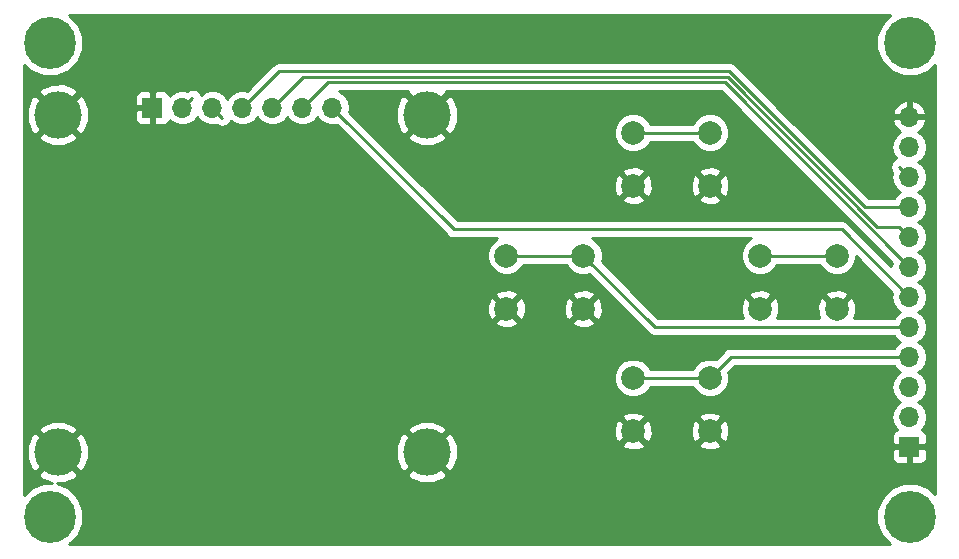
<source format=gtl>
G04 #@! TF.GenerationSoftware,KiCad,Pcbnew,(5.0.0)*
G04 #@! TF.CreationDate,2019-01-21T00:51:31-08:00*
G04 #@! TF.ProjectId,Display,446973706C61792E6B696361645F7063,rev?*
G04 #@! TF.SameCoordinates,Original*
G04 #@! TF.FileFunction,Copper,L1,Top,Signal*
G04 #@! TF.FilePolarity,Positive*
%FSLAX46Y46*%
G04 Gerber Fmt 4.6, Leading zero omitted, Abs format (unit mm)*
G04 Created by KiCad (PCBNEW (5.0.0)) date 01/21/19 00:51:31*
%MOMM*%
%LPD*%
G01*
G04 APERTURE LIST*
G04 #@! TA.AperFunction,ComponentPad*
%ADD10C,4.400000*%
G04 #@! TD*
G04 #@! TA.AperFunction,ComponentPad*
%ADD11R,1.700000X1.700000*%
G04 #@! TD*
G04 #@! TA.AperFunction,ComponentPad*
%ADD12O,1.700000X1.700000*%
G04 #@! TD*
G04 #@! TA.AperFunction,ComponentPad*
%ADD13C,2.000000*%
G04 #@! TD*
G04 #@! TA.AperFunction,ComponentPad*
%ADD14C,4.000000*%
G04 #@! TD*
G04 #@! TA.AperFunction,Conductor*
%ADD15C,0.250000*%
G04 #@! TD*
G04 #@! TA.AperFunction,Conductor*
%ADD16C,0.254000*%
G04 #@! TD*
G04 APERTURE END LIST*
D10*
G04 #@! TO.P,REF\002A\002A,1*
G04 #@! TO.N,N/C*
X191516000Y-86614000D03*
G04 #@! TD*
G04 #@! TO.P,REF\002A\002A,1*
G04 #@! TO.N,N/C*
X191516000Y-126746000D03*
G04 #@! TD*
G04 #@! TO.P,REF\002A\002A,1*
G04 #@! TO.N,N/C*
X118681500Y-126746000D03*
G04 #@! TD*
D11*
G04 #@! TO.P,J1,1*
G04 #@! TO.N,GND*
X191452500Y-120844500D03*
D12*
G04 #@! TO.P,J1,2*
G04 #@! TO.N,BUTTON_1*
X191452500Y-118304500D03*
G04 #@! TO.P,J1,3*
G04 #@! TO.N,BUTTON_2*
X191452500Y-115764500D03*
G04 #@! TO.P,J1,4*
G04 #@! TO.N,BUTTON_3*
X191452500Y-113224500D03*
G04 #@! TO.P,J1,5*
G04 #@! TO.N,BUTTON_4*
X191452500Y-110684500D03*
G04 #@! TO.P,J1,6*
G04 #@! TO.N,DISPLAY_CS*
X191452500Y-108144500D03*
G04 #@! TO.P,J1,7*
G04 #@! TO.N,DISPLAY_DC*
X191452500Y-105604500D03*
G04 #@! TO.P,J1,8*
G04 #@! TO.N,DISPLAY_RES*
X191452500Y-103064500D03*
G04 #@! TO.P,J1,9*
G04 #@! TO.N,DISPLAY_MOSI*
X191452500Y-100524500D03*
G04 #@! TO.P,J1,10*
G04 #@! TO.N,DISPLAY_CLK*
X191452500Y-97984500D03*
G04 #@! TO.P,J1,11*
G04 #@! TO.N,+5V*
X191452500Y-95444500D03*
G04 #@! TO.P,J1,12*
G04 #@! TO.N,GND*
X191452500Y-92904500D03*
G04 #@! TD*
D13*
G04 #@! TO.P,Up,2*
G04 #@! TO.N,GND*
X168084500Y-98734000D03*
G04 #@! TO.P,Up,1*
G04 #@! TO.N,BUTTON_1*
X168084500Y-94234000D03*
G04 #@! TO.P,Up,2*
G04 #@! TO.N,GND*
X174584500Y-98734000D03*
G04 #@! TO.P,Up,1*
G04 #@! TO.N,BUTTON_1*
X174584500Y-94234000D03*
G04 #@! TD*
G04 #@! TO.P,Right,2*
G04 #@! TO.N,GND*
X178816000Y-109144500D03*
G04 #@! TO.P,Right,1*
G04 #@! TO.N,BUTTON_2*
X178816000Y-104644500D03*
G04 #@! TO.P,Right,2*
G04 #@! TO.N,GND*
X185316000Y-109144500D03*
G04 #@! TO.P,Right,1*
G04 #@! TO.N,BUTTON_2*
X185316000Y-104644500D03*
G04 #@! TD*
G04 #@! TO.P,Down,1*
G04 #@! TO.N,BUTTON_3*
X174584500Y-114998500D03*
G04 #@! TO.P,Down,2*
G04 #@! TO.N,GND*
X174584500Y-119498500D03*
G04 #@! TO.P,Down,1*
G04 #@! TO.N,BUTTON_3*
X168084500Y-114998500D03*
G04 #@! TO.P,Down,2*
G04 #@! TO.N,GND*
X168084500Y-119498500D03*
G04 #@! TD*
G04 #@! TO.P,Left,1*
G04 #@! TO.N,BUTTON_4*
X163853000Y-104644500D03*
G04 #@! TO.P,Left,2*
G04 #@! TO.N,GND*
X163853000Y-109144500D03*
G04 #@! TO.P,Left,1*
G04 #@! TO.N,BUTTON_4*
X157353000Y-104644500D03*
G04 #@! TO.P,Left,2*
G04 #@! TO.N,GND*
X157353000Y-109144500D03*
G04 #@! TD*
D11*
G04 #@! TO.P,Display,1*
G04 #@! TO.N,GND*
X127376874Y-92147000D03*
D12*
G04 #@! TO.P,Display,2*
G04 #@! TO.N,+5V*
X129916874Y-92147000D03*
G04 #@! TO.P,Display,3*
G04 #@! TO.N,DISPLAY_CLK*
X132456874Y-92147000D03*
G04 #@! TO.P,Display,4*
G04 #@! TO.N,DISPLAY_MOSI*
X134996874Y-92147000D03*
G04 #@! TO.P,Display,5*
G04 #@! TO.N,DISPLAY_RES*
X137536874Y-92147000D03*
G04 #@! TO.P,Display,6*
G04 #@! TO.N,DISPLAY_DC*
X140076874Y-92147000D03*
G04 #@! TO.P,Display,7*
G04 #@! TO.N,DISPLAY_CS*
X142616874Y-92147000D03*
D14*
G04 #@! TO.P,Display,1*
G04 #@! TO.N,GND*
X150622000Y-92710000D03*
X150622000Y-121285000D03*
X119380000Y-92710000D03*
X119380000Y-121285000D03*
G04 #@! TD*
D10*
G04 #@! TO.P,REF\002A\002A,1*
G04 #@! TO.N,N/C*
X118681500Y-86614000D03*
G04 #@! TD*
D15*
G04 #@! TO.N,BUTTON_1*
X173170287Y-94234000D02*
X168084500Y-94234000D01*
X174584500Y-94234000D02*
X173170287Y-94234000D01*
G04 #@! TO.N,BUTTON_2*
X185316000Y-104644500D02*
X178816000Y-104644500D01*
G04 #@! TO.N,BUTTON_3*
X176358500Y-113224500D02*
X174584500Y-114998500D01*
X191452500Y-113224500D02*
X176358500Y-113224500D01*
X174584500Y-114998500D02*
X167449500Y-114998500D01*
G04 #@! TO.N,BUTTON_4*
X169893000Y-110684500D02*
X163853000Y-104644500D01*
X191452500Y-110684500D02*
X169893000Y-110684500D01*
X163853000Y-104644500D02*
X157353000Y-104644500D01*
G04 #@! TO.N,DISPLAY_CS*
X191452500Y-108144500D02*
X185737500Y-102429500D01*
X152899374Y-102429500D02*
X142616874Y-92147000D01*
X185737500Y-102429500D02*
X152899374Y-102429500D01*
G04 #@! TO.N,DISPLAY_DC*
X142244374Y-89979500D02*
X140926873Y-91297001D01*
X175827500Y-89979500D02*
X142244374Y-89979500D01*
X140926873Y-91297001D02*
X140076874Y-92147000D01*
X191452500Y-105604500D02*
X175827500Y-89979500D01*
G04 #@! TO.N,DISPLAY_RES*
X190602501Y-102214501D02*
X188765001Y-102214501D01*
X191452500Y-103064500D02*
X190602501Y-102214501D01*
X140154384Y-89529490D02*
X138386873Y-91297001D01*
X176079990Y-89529490D02*
X140154384Y-89529490D01*
X138386873Y-91297001D02*
X137536874Y-92147000D01*
X188765001Y-102214501D02*
X176079990Y-89529490D01*
G04 #@! TO.N,DISPLAY_MOSI*
X191452500Y-100524500D02*
X187711410Y-100524500D01*
X187711410Y-100524500D02*
X176213910Y-89027000D01*
X138116874Y-89027000D02*
X134996874Y-92147000D01*
X176213910Y-89027000D02*
X138116874Y-89027000D01*
G04 #@! TO.N,DISPLAY_CLK*
X133306873Y-92996999D02*
X132456874Y-92147000D01*
X191452500Y-97984500D02*
X190602501Y-97134501D01*
G04 #@! TO.N,+5V*
X130766873Y-91297001D02*
X129916874Y-92147000D01*
G04 #@! TD*
D16*
G04 #@! TO.N,GND*
G36*
X189112603Y-85008101D02*
X188681000Y-86050083D01*
X188681000Y-87177917D01*
X189112603Y-88219899D01*
X189910101Y-89017397D01*
X190952083Y-89449000D01*
X192079917Y-89449000D01*
X193121899Y-89017397D01*
X193600000Y-88539296D01*
X193600001Y-124820705D01*
X193121899Y-124342603D01*
X192079917Y-123911000D01*
X190952083Y-123911000D01*
X189910101Y-124342603D01*
X189112603Y-125140101D01*
X188681000Y-126182083D01*
X188681000Y-127309917D01*
X189112603Y-128351899D01*
X189844704Y-129084000D01*
X120352796Y-129084000D01*
X121084897Y-128351899D01*
X121516500Y-127309917D01*
X121516500Y-126182083D01*
X121084897Y-125140101D01*
X120287399Y-124342603D01*
X119269491Y-123920972D01*
X119925247Y-123915713D01*
X120854647Y-123530743D01*
X121075416Y-123160022D01*
X148926584Y-123160022D01*
X149147353Y-123530743D01*
X150119012Y-123924119D01*
X151167247Y-123915713D01*
X152096647Y-123530743D01*
X152317416Y-123160022D01*
X150622000Y-121464605D01*
X148926584Y-123160022D01*
X121075416Y-123160022D01*
X119380000Y-121464605D01*
X117684584Y-123160022D01*
X117905353Y-123530743D01*
X118844607Y-123911000D01*
X118117583Y-123911000D01*
X117075601Y-124342603D01*
X116534000Y-124884204D01*
X116534000Y-120782012D01*
X116740881Y-120782012D01*
X116749287Y-121830247D01*
X117134257Y-122759647D01*
X117504978Y-122980416D01*
X119200395Y-121285000D01*
X119559605Y-121285000D01*
X121255022Y-122980416D01*
X121625743Y-122759647D01*
X122019119Y-121787988D01*
X122011052Y-120782012D01*
X147982881Y-120782012D01*
X147991287Y-121830247D01*
X148376257Y-122759647D01*
X148746978Y-122980416D01*
X150442395Y-121285000D01*
X150801605Y-121285000D01*
X152497022Y-122980416D01*
X152867743Y-122759647D01*
X153261119Y-121787988D01*
X153252713Y-120739753D01*
X153215964Y-120651032D01*
X167111573Y-120651032D01*
X167210236Y-120917887D01*
X167819961Y-121144408D01*
X168469960Y-121120356D01*
X168958764Y-120917887D01*
X169057427Y-120651032D01*
X173611573Y-120651032D01*
X173710236Y-120917887D01*
X174319961Y-121144408D01*
X174702577Y-121130250D01*
X189967500Y-121130250D01*
X189967500Y-121820810D01*
X190064173Y-122054199D01*
X190242802Y-122232827D01*
X190476191Y-122329500D01*
X191166750Y-122329500D01*
X191325500Y-122170750D01*
X191325500Y-120971500D01*
X191579500Y-120971500D01*
X191579500Y-122170750D01*
X191738250Y-122329500D01*
X192428809Y-122329500D01*
X192662198Y-122232827D01*
X192840827Y-122054199D01*
X192937500Y-121820810D01*
X192937500Y-121130250D01*
X192778750Y-120971500D01*
X191579500Y-120971500D01*
X191325500Y-120971500D01*
X190126250Y-120971500D01*
X189967500Y-121130250D01*
X174702577Y-121130250D01*
X174969960Y-121120356D01*
X175458764Y-120917887D01*
X175557427Y-120651032D01*
X174584500Y-119678105D01*
X173611573Y-120651032D01*
X169057427Y-120651032D01*
X168084500Y-119678105D01*
X167111573Y-120651032D01*
X153215964Y-120651032D01*
X152867743Y-119810353D01*
X152497022Y-119589584D01*
X150801605Y-121285000D01*
X150442395Y-121285000D01*
X148746978Y-119589584D01*
X148376257Y-119810353D01*
X147982881Y-120782012D01*
X122011052Y-120782012D01*
X122010713Y-120739753D01*
X121625743Y-119810353D01*
X121255022Y-119589584D01*
X119559605Y-121285000D01*
X119200395Y-121285000D01*
X117504978Y-119589584D01*
X117134257Y-119810353D01*
X116740881Y-120782012D01*
X116534000Y-120782012D01*
X116534000Y-119409978D01*
X117684584Y-119409978D01*
X119380000Y-121105395D01*
X121075416Y-119409978D01*
X148926584Y-119409978D01*
X150622000Y-121105395D01*
X152317416Y-119409978D01*
X152212596Y-119233961D01*
X166438592Y-119233961D01*
X166462644Y-119883960D01*
X166665113Y-120372764D01*
X166931968Y-120471427D01*
X167904895Y-119498500D01*
X168264105Y-119498500D01*
X169237032Y-120471427D01*
X169503887Y-120372764D01*
X169730408Y-119763039D01*
X169710831Y-119233961D01*
X172938592Y-119233961D01*
X172962644Y-119883960D01*
X173165113Y-120372764D01*
X173431968Y-120471427D01*
X174404895Y-119498500D01*
X174764105Y-119498500D01*
X175737032Y-120471427D01*
X176003887Y-120372764D01*
X176230408Y-119763039D01*
X176206356Y-119113040D01*
X176003887Y-118624236D01*
X175737032Y-118525573D01*
X174764105Y-119498500D01*
X174404895Y-119498500D01*
X173431968Y-118525573D01*
X173165113Y-118624236D01*
X172938592Y-119233961D01*
X169710831Y-119233961D01*
X169706356Y-119113040D01*
X169503887Y-118624236D01*
X169237032Y-118525573D01*
X168264105Y-119498500D01*
X167904895Y-119498500D01*
X166931968Y-118525573D01*
X166665113Y-118624236D01*
X166438592Y-119233961D01*
X152212596Y-119233961D01*
X152096647Y-119039257D01*
X151124988Y-118645881D01*
X150076753Y-118654287D01*
X149147353Y-119039257D01*
X148926584Y-119409978D01*
X121075416Y-119409978D01*
X120854647Y-119039257D01*
X119882988Y-118645881D01*
X118834753Y-118654287D01*
X117905353Y-119039257D01*
X117684584Y-119409978D01*
X116534000Y-119409978D01*
X116534000Y-118345968D01*
X167111573Y-118345968D01*
X168084500Y-119318895D01*
X169057427Y-118345968D01*
X173611573Y-118345968D01*
X174584500Y-119318895D01*
X175557427Y-118345968D01*
X175458764Y-118079113D01*
X174849039Y-117852592D01*
X174199040Y-117876644D01*
X173710236Y-118079113D01*
X173611573Y-118345968D01*
X169057427Y-118345968D01*
X168958764Y-118079113D01*
X168349039Y-117852592D01*
X167699040Y-117876644D01*
X167210236Y-118079113D01*
X167111573Y-118345968D01*
X116534000Y-118345968D01*
X116534000Y-110297032D01*
X156380073Y-110297032D01*
X156478736Y-110563887D01*
X157088461Y-110790408D01*
X157738460Y-110766356D01*
X158227264Y-110563887D01*
X158325927Y-110297032D01*
X162880073Y-110297032D01*
X162978736Y-110563887D01*
X163588461Y-110790408D01*
X164238460Y-110766356D01*
X164727264Y-110563887D01*
X164825927Y-110297032D01*
X163853000Y-109324105D01*
X162880073Y-110297032D01*
X158325927Y-110297032D01*
X157353000Y-109324105D01*
X156380073Y-110297032D01*
X116534000Y-110297032D01*
X116534000Y-108879961D01*
X155707092Y-108879961D01*
X155731144Y-109529960D01*
X155933613Y-110018764D01*
X156200468Y-110117427D01*
X157173395Y-109144500D01*
X157532605Y-109144500D01*
X158505532Y-110117427D01*
X158772387Y-110018764D01*
X158998908Y-109409039D01*
X158979331Y-108879961D01*
X162207092Y-108879961D01*
X162231144Y-109529960D01*
X162433613Y-110018764D01*
X162700468Y-110117427D01*
X163673395Y-109144500D01*
X164032605Y-109144500D01*
X165005532Y-110117427D01*
X165272387Y-110018764D01*
X165498908Y-109409039D01*
X165474856Y-108759040D01*
X165272387Y-108270236D01*
X165005532Y-108171573D01*
X164032605Y-109144500D01*
X163673395Y-109144500D01*
X162700468Y-108171573D01*
X162433613Y-108270236D01*
X162207092Y-108879961D01*
X158979331Y-108879961D01*
X158974856Y-108759040D01*
X158772387Y-108270236D01*
X158505532Y-108171573D01*
X157532605Y-109144500D01*
X157173395Y-109144500D01*
X156200468Y-108171573D01*
X155933613Y-108270236D01*
X155707092Y-108879961D01*
X116534000Y-108879961D01*
X116534000Y-107991968D01*
X156380073Y-107991968D01*
X157353000Y-108964895D01*
X158325927Y-107991968D01*
X162880073Y-107991968D01*
X163853000Y-108964895D01*
X164825927Y-107991968D01*
X164727264Y-107725113D01*
X164117539Y-107498592D01*
X163467540Y-107522644D01*
X162978736Y-107725113D01*
X162880073Y-107991968D01*
X158325927Y-107991968D01*
X158227264Y-107725113D01*
X157617539Y-107498592D01*
X156967540Y-107522644D01*
X156478736Y-107725113D01*
X156380073Y-107991968D01*
X116534000Y-107991968D01*
X116534000Y-94585022D01*
X117684584Y-94585022D01*
X117905353Y-94955743D01*
X118877012Y-95349119D01*
X119925247Y-95340713D01*
X120854647Y-94955743D01*
X121075416Y-94585022D01*
X119380000Y-92889605D01*
X117684584Y-94585022D01*
X116534000Y-94585022D01*
X116534000Y-92207012D01*
X116740881Y-92207012D01*
X116749287Y-93255247D01*
X117134257Y-94184647D01*
X117504978Y-94405416D01*
X119200395Y-92710000D01*
X119559605Y-92710000D01*
X121255022Y-94405416D01*
X121625743Y-94184647D01*
X122019119Y-93212988D01*
X122012863Y-92432750D01*
X125891874Y-92432750D01*
X125891874Y-93123309D01*
X125988547Y-93356698D01*
X126167175Y-93535327D01*
X126400564Y-93632000D01*
X127091124Y-93632000D01*
X127249874Y-93473250D01*
X127249874Y-92274000D01*
X126050624Y-92274000D01*
X125891874Y-92432750D01*
X122012863Y-92432750D01*
X122010713Y-92164753D01*
X121625743Y-91235353D01*
X121517161Y-91170691D01*
X125891874Y-91170691D01*
X125891874Y-91861250D01*
X126050624Y-92020000D01*
X127249874Y-92020000D01*
X127249874Y-90820750D01*
X127503874Y-90820750D01*
X127503874Y-92020000D01*
X127523874Y-92020000D01*
X127523874Y-92274000D01*
X127503874Y-92274000D01*
X127503874Y-93473250D01*
X127662624Y-93632000D01*
X128353184Y-93632000D01*
X128586573Y-93535327D01*
X128765201Y-93356698D01*
X128831778Y-93195967D01*
X128846249Y-93217625D01*
X129337456Y-93545839D01*
X129770618Y-93632000D01*
X130063130Y-93632000D01*
X130496292Y-93545839D01*
X130987499Y-93217625D01*
X131186874Y-92919239D01*
X131386249Y-93217625D01*
X131877456Y-93545839D01*
X132310618Y-93632000D01*
X132603130Y-93632000D01*
X132823619Y-93588142D01*
X133010335Y-93712902D01*
X133306872Y-93771887D01*
X133603410Y-93712902D01*
X133854802Y-93544928D01*
X134022776Y-93293536D01*
X134024780Y-93283461D01*
X134417456Y-93545839D01*
X134850618Y-93632000D01*
X135143130Y-93632000D01*
X135576292Y-93545839D01*
X136067499Y-93217625D01*
X136266874Y-92919239D01*
X136466249Y-93217625D01*
X136957456Y-93545839D01*
X137390618Y-93632000D01*
X137683130Y-93632000D01*
X138116292Y-93545839D01*
X138607499Y-93217625D01*
X138806874Y-92919239D01*
X139006249Y-93217625D01*
X139497456Y-93545839D01*
X139930618Y-93632000D01*
X140223130Y-93632000D01*
X140656292Y-93545839D01*
X141147499Y-93217625D01*
X141346874Y-92919239D01*
X141546249Y-93217625D01*
X142037456Y-93545839D01*
X142470618Y-93632000D01*
X142763130Y-93632000D01*
X142983282Y-93588209D01*
X152309044Y-102913972D01*
X152351445Y-102977429D01*
X152602837Y-103145404D01*
X152824522Y-103189500D01*
X152824527Y-103189500D01*
X152899374Y-103204388D01*
X152974221Y-103189500D01*
X156593220Y-103189500D01*
X156426847Y-103258414D01*
X155966914Y-103718347D01*
X155718000Y-104319278D01*
X155718000Y-104969722D01*
X155966914Y-105570653D01*
X156426847Y-106030586D01*
X157027778Y-106279500D01*
X157678222Y-106279500D01*
X158279153Y-106030586D01*
X158739086Y-105570653D01*
X158807909Y-105404500D01*
X162398091Y-105404500D01*
X162466914Y-105570653D01*
X162926847Y-106030586D01*
X163527778Y-106279500D01*
X164178222Y-106279500D01*
X164344376Y-106210677D01*
X169302671Y-111168973D01*
X169345071Y-111232429D01*
X169596463Y-111400404D01*
X169818148Y-111444500D01*
X169818153Y-111444500D01*
X169893000Y-111459388D01*
X169967847Y-111444500D01*
X190174322Y-111444500D01*
X190381875Y-111755125D01*
X190680261Y-111954500D01*
X190381875Y-112153875D01*
X190174322Y-112464500D01*
X176433347Y-112464500D01*
X176358500Y-112449612D01*
X176283653Y-112464500D01*
X176283648Y-112464500D01*
X176061963Y-112508596D01*
X175810571Y-112676571D01*
X175768171Y-112740027D01*
X175075875Y-113432323D01*
X174909722Y-113363500D01*
X174259278Y-113363500D01*
X173658347Y-113612414D01*
X173198414Y-114072347D01*
X173129591Y-114238500D01*
X169539409Y-114238500D01*
X169470586Y-114072347D01*
X169010653Y-113612414D01*
X168409722Y-113363500D01*
X167759278Y-113363500D01*
X167158347Y-113612414D01*
X166698414Y-114072347D01*
X166449500Y-114673278D01*
X166449500Y-115323722D01*
X166698414Y-115924653D01*
X167158347Y-116384586D01*
X167759278Y-116633500D01*
X168409722Y-116633500D01*
X169010653Y-116384586D01*
X169470586Y-115924653D01*
X169539409Y-115758500D01*
X173129591Y-115758500D01*
X173198414Y-115924653D01*
X173658347Y-116384586D01*
X174259278Y-116633500D01*
X174909722Y-116633500D01*
X175510653Y-116384586D01*
X175970586Y-115924653D01*
X176219500Y-115323722D01*
X176219500Y-114673278D01*
X176150677Y-114507125D01*
X176673302Y-113984500D01*
X190174322Y-113984500D01*
X190381875Y-114295125D01*
X190680261Y-114494500D01*
X190381875Y-114693875D01*
X190053661Y-115185082D01*
X189938408Y-115764500D01*
X190053661Y-116343918D01*
X190381875Y-116835125D01*
X190680261Y-117034500D01*
X190381875Y-117233875D01*
X190053661Y-117725082D01*
X189938408Y-118304500D01*
X190053661Y-118883918D01*
X190381875Y-119375125D01*
X190403533Y-119389596D01*
X190242802Y-119456173D01*
X190064173Y-119634801D01*
X189967500Y-119868190D01*
X189967500Y-120558750D01*
X190126250Y-120717500D01*
X191325500Y-120717500D01*
X191325500Y-120697500D01*
X191579500Y-120697500D01*
X191579500Y-120717500D01*
X192778750Y-120717500D01*
X192937500Y-120558750D01*
X192937500Y-119868190D01*
X192840827Y-119634801D01*
X192662198Y-119456173D01*
X192501467Y-119389596D01*
X192523125Y-119375125D01*
X192851339Y-118883918D01*
X192966592Y-118304500D01*
X192851339Y-117725082D01*
X192523125Y-117233875D01*
X192224739Y-117034500D01*
X192523125Y-116835125D01*
X192851339Y-116343918D01*
X192966592Y-115764500D01*
X192851339Y-115185082D01*
X192523125Y-114693875D01*
X192224739Y-114494500D01*
X192523125Y-114295125D01*
X192851339Y-113803918D01*
X192966592Y-113224500D01*
X192851339Y-112645082D01*
X192523125Y-112153875D01*
X192224739Y-111954500D01*
X192523125Y-111755125D01*
X192851339Y-111263918D01*
X192966592Y-110684500D01*
X192851339Y-110105082D01*
X192523125Y-109613875D01*
X192224739Y-109414500D01*
X192523125Y-109215125D01*
X192851339Y-108723918D01*
X192966592Y-108144500D01*
X192851339Y-107565082D01*
X192523125Y-107073875D01*
X192224739Y-106874500D01*
X192523125Y-106675125D01*
X192851339Y-106183918D01*
X192966592Y-105604500D01*
X192851339Y-105025082D01*
X192523125Y-104533875D01*
X192224739Y-104334500D01*
X192523125Y-104135125D01*
X192851339Y-103643918D01*
X192966592Y-103064500D01*
X192851339Y-102485082D01*
X192523125Y-101993875D01*
X192224739Y-101794500D01*
X192523125Y-101595125D01*
X192851339Y-101103918D01*
X192966592Y-100524500D01*
X192851339Y-99945082D01*
X192523125Y-99453875D01*
X192224739Y-99254500D01*
X192523125Y-99055125D01*
X192851339Y-98563918D01*
X192966592Y-97984500D01*
X192851339Y-97405082D01*
X192523125Y-96913875D01*
X192224739Y-96714500D01*
X192523125Y-96515125D01*
X192851339Y-96023918D01*
X192966592Y-95444500D01*
X192851339Y-94865082D01*
X192523125Y-94373875D01*
X192204022Y-94160657D01*
X192333858Y-94099683D01*
X192724145Y-93671424D01*
X192893976Y-93261390D01*
X192772655Y-93031500D01*
X191579500Y-93031500D01*
X191579500Y-93051500D01*
X191325500Y-93051500D01*
X191325500Y-93031500D01*
X190132345Y-93031500D01*
X190011024Y-93261390D01*
X190180855Y-93671424D01*
X190571142Y-94099683D01*
X190700978Y-94160657D01*
X190381875Y-94373875D01*
X190053661Y-94865082D01*
X189938408Y-95444500D01*
X190053661Y-96023918D01*
X190316039Y-96416594D01*
X190305964Y-96418598D01*
X190054572Y-96586572D01*
X189886598Y-96837964D01*
X189827613Y-97134501D01*
X189886598Y-97431038D01*
X190011358Y-97617755D01*
X189938408Y-97984500D01*
X190053661Y-98563918D01*
X190381875Y-99055125D01*
X190680261Y-99254500D01*
X190381875Y-99453875D01*
X190174322Y-99764500D01*
X188026213Y-99764500D01*
X180809322Y-92547610D01*
X190011024Y-92547610D01*
X190132345Y-92777500D01*
X191325500Y-92777500D01*
X191325500Y-91583681D01*
X191579500Y-91583681D01*
X191579500Y-92777500D01*
X192772655Y-92777500D01*
X192893976Y-92547610D01*
X192724145Y-92137576D01*
X192333858Y-91709317D01*
X191809392Y-91463014D01*
X191579500Y-91583681D01*
X191325500Y-91583681D01*
X191095608Y-91463014D01*
X190571142Y-91709317D01*
X190180855Y-92137576D01*
X190011024Y-92547610D01*
X180809322Y-92547610D01*
X176804241Y-88542530D01*
X176761839Y-88479071D01*
X176510447Y-88311096D01*
X176288762Y-88267000D01*
X176288757Y-88267000D01*
X176213910Y-88252112D01*
X176139063Y-88267000D01*
X138191720Y-88267000D01*
X138116873Y-88252112D01*
X138042026Y-88267000D01*
X138042022Y-88267000D01*
X137820337Y-88311096D01*
X137820335Y-88311097D01*
X137820336Y-88311097D01*
X137632400Y-88436671D01*
X137632398Y-88436673D01*
X137568945Y-88479071D01*
X137526547Y-88542524D01*
X135363282Y-90705791D01*
X135143130Y-90662000D01*
X134850618Y-90662000D01*
X134417456Y-90748161D01*
X133926249Y-91076375D01*
X133726874Y-91374761D01*
X133527499Y-91076375D01*
X133036292Y-90748161D01*
X132603130Y-90662000D01*
X132310618Y-90662000D01*
X131877456Y-90748161D01*
X131484780Y-91010539D01*
X131482776Y-91000464D01*
X131314802Y-90749072D01*
X131063410Y-90581098D01*
X130766872Y-90522113D01*
X130470335Y-90581098D01*
X130283619Y-90705858D01*
X130063130Y-90662000D01*
X129770618Y-90662000D01*
X129337456Y-90748161D01*
X128846249Y-91076375D01*
X128831778Y-91098033D01*
X128765201Y-90937302D01*
X128586573Y-90758673D01*
X128353184Y-90662000D01*
X127662624Y-90662000D01*
X127503874Y-90820750D01*
X127249874Y-90820750D01*
X127091124Y-90662000D01*
X126400564Y-90662000D01*
X126167175Y-90758673D01*
X125988547Y-90937302D01*
X125891874Y-91170691D01*
X121517161Y-91170691D01*
X121255022Y-91014584D01*
X119559605Y-92710000D01*
X119200395Y-92710000D01*
X117504978Y-91014584D01*
X117134257Y-91235353D01*
X116740881Y-92207012D01*
X116534000Y-92207012D01*
X116534000Y-90834978D01*
X117684584Y-90834978D01*
X119380000Y-92530395D01*
X121075416Y-90834978D01*
X120854647Y-90464257D01*
X119882988Y-90070881D01*
X118834753Y-90079287D01*
X117905353Y-90464257D01*
X117684584Y-90834978D01*
X116534000Y-90834978D01*
X116534000Y-88475796D01*
X117075601Y-89017397D01*
X118117583Y-89449000D01*
X119245417Y-89449000D01*
X120287399Y-89017397D01*
X121084897Y-88219899D01*
X121516500Y-87177917D01*
X121516500Y-86050083D01*
X121084897Y-85008101D01*
X120352796Y-84276000D01*
X189844704Y-84276000D01*
X189112603Y-85008101D01*
X189112603Y-85008101D01*
G37*
X189112603Y-85008101D02*
X188681000Y-86050083D01*
X188681000Y-87177917D01*
X189112603Y-88219899D01*
X189910101Y-89017397D01*
X190952083Y-89449000D01*
X192079917Y-89449000D01*
X193121899Y-89017397D01*
X193600000Y-88539296D01*
X193600001Y-124820705D01*
X193121899Y-124342603D01*
X192079917Y-123911000D01*
X190952083Y-123911000D01*
X189910101Y-124342603D01*
X189112603Y-125140101D01*
X188681000Y-126182083D01*
X188681000Y-127309917D01*
X189112603Y-128351899D01*
X189844704Y-129084000D01*
X120352796Y-129084000D01*
X121084897Y-128351899D01*
X121516500Y-127309917D01*
X121516500Y-126182083D01*
X121084897Y-125140101D01*
X120287399Y-124342603D01*
X119269491Y-123920972D01*
X119925247Y-123915713D01*
X120854647Y-123530743D01*
X121075416Y-123160022D01*
X148926584Y-123160022D01*
X149147353Y-123530743D01*
X150119012Y-123924119D01*
X151167247Y-123915713D01*
X152096647Y-123530743D01*
X152317416Y-123160022D01*
X150622000Y-121464605D01*
X148926584Y-123160022D01*
X121075416Y-123160022D01*
X119380000Y-121464605D01*
X117684584Y-123160022D01*
X117905353Y-123530743D01*
X118844607Y-123911000D01*
X118117583Y-123911000D01*
X117075601Y-124342603D01*
X116534000Y-124884204D01*
X116534000Y-120782012D01*
X116740881Y-120782012D01*
X116749287Y-121830247D01*
X117134257Y-122759647D01*
X117504978Y-122980416D01*
X119200395Y-121285000D01*
X119559605Y-121285000D01*
X121255022Y-122980416D01*
X121625743Y-122759647D01*
X122019119Y-121787988D01*
X122011052Y-120782012D01*
X147982881Y-120782012D01*
X147991287Y-121830247D01*
X148376257Y-122759647D01*
X148746978Y-122980416D01*
X150442395Y-121285000D01*
X150801605Y-121285000D01*
X152497022Y-122980416D01*
X152867743Y-122759647D01*
X153261119Y-121787988D01*
X153252713Y-120739753D01*
X153215964Y-120651032D01*
X167111573Y-120651032D01*
X167210236Y-120917887D01*
X167819961Y-121144408D01*
X168469960Y-121120356D01*
X168958764Y-120917887D01*
X169057427Y-120651032D01*
X173611573Y-120651032D01*
X173710236Y-120917887D01*
X174319961Y-121144408D01*
X174702577Y-121130250D01*
X189967500Y-121130250D01*
X189967500Y-121820810D01*
X190064173Y-122054199D01*
X190242802Y-122232827D01*
X190476191Y-122329500D01*
X191166750Y-122329500D01*
X191325500Y-122170750D01*
X191325500Y-120971500D01*
X191579500Y-120971500D01*
X191579500Y-122170750D01*
X191738250Y-122329500D01*
X192428809Y-122329500D01*
X192662198Y-122232827D01*
X192840827Y-122054199D01*
X192937500Y-121820810D01*
X192937500Y-121130250D01*
X192778750Y-120971500D01*
X191579500Y-120971500D01*
X191325500Y-120971500D01*
X190126250Y-120971500D01*
X189967500Y-121130250D01*
X174702577Y-121130250D01*
X174969960Y-121120356D01*
X175458764Y-120917887D01*
X175557427Y-120651032D01*
X174584500Y-119678105D01*
X173611573Y-120651032D01*
X169057427Y-120651032D01*
X168084500Y-119678105D01*
X167111573Y-120651032D01*
X153215964Y-120651032D01*
X152867743Y-119810353D01*
X152497022Y-119589584D01*
X150801605Y-121285000D01*
X150442395Y-121285000D01*
X148746978Y-119589584D01*
X148376257Y-119810353D01*
X147982881Y-120782012D01*
X122011052Y-120782012D01*
X122010713Y-120739753D01*
X121625743Y-119810353D01*
X121255022Y-119589584D01*
X119559605Y-121285000D01*
X119200395Y-121285000D01*
X117504978Y-119589584D01*
X117134257Y-119810353D01*
X116740881Y-120782012D01*
X116534000Y-120782012D01*
X116534000Y-119409978D01*
X117684584Y-119409978D01*
X119380000Y-121105395D01*
X121075416Y-119409978D01*
X148926584Y-119409978D01*
X150622000Y-121105395D01*
X152317416Y-119409978D01*
X152212596Y-119233961D01*
X166438592Y-119233961D01*
X166462644Y-119883960D01*
X166665113Y-120372764D01*
X166931968Y-120471427D01*
X167904895Y-119498500D01*
X168264105Y-119498500D01*
X169237032Y-120471427D01*
X169503887Y-120372764D01*
X169730408Y-119763039D01*
X169710831Y-119233961D01*
X172938592Y-119233961D01*
X172962644Y-119883960D01*
X173165113Y-120372764D01*
X173431968Y-120471427D01*
X174404895Y-119498500D01*
X174764105Y-119498500D01*
X175737032Y-120471427D01*
X176003887Y-120372764D01*
X176230408Y-119763039D01*
X176206356Y-119113040D01*
X176003887Y-118624236D01*
X175737032Y-118525573D01*
X174764105Y-119498500D01*
X174404895Y-119498500D01*
X173431968Y-118525573D01*
X173165113Y-118624236D01*
X172938592Y-119233961D01*
X169710831Y-119233961D01*
X169706356Y-119113040D01*
X169503887Y-118624236D01*
X169237032Y-118525573D01*
X168264105Y-119498500D01*
X167904895Y-119498500D01*
X166931968Y-118525573D01*
X166665113Y-118624236D01*
X166438592Y-119233961D01*
X152212596Y-119233961D01*
X152096647Y-119039257D01*
X151124988Y-118645881D01*
X150076753Y-118654287D01*
X149147353Y-119039257D01*
X148926584Y-119409978D01*
X121075416Y-119409978D01*
X120854647Y-119039257D01*
X119882988Y-118645881D01*
X118834753Y-118654287D01*
X117905353Y-119039257D01*
X117684584Y-119409978D01*
X116534000Y-119409978D01*
X116534000Y-118345968D01*
X167111573Y-118345968D01*
X168084500Y-119318895D01*
X169057427Y-118345968D01*
X173611573Y-118345968D01*
X174584500Y-119318895D01*
X175557427Y-118345968D01*
X175458764Y-118079113D01*
X174849039Y-117852592D01*
X174199040Y-117876644D01*
X173710236Y-118079113D01*
X173611573Y-118345968D01*
X169057427Y-118345968D01*
X168958764Y-118079113D01*
X168349039Y-117852592D01*
X167699040Y-117876644D01*
X167210236Y-118079113D01*
X167111573Y-118345968D01*
X116534000Y-118345968D01*
X116534000Y-110297032D01*
X156380073Y-110297032D01*
X156478736Y-110563887D01*
X157088461Y-110790408D01*
X157738460Y-110766356D01*
X158227264Y-110563887D01*
X158325927Y-110297032D01*
X162880073Y-110297032D01*
X162978736Y-110563887D01*
X163588461Y-110790408D01*
X164238460Y-110766356D01*
X164727264Y-110563887D01*
X164825927Y-110297032D01*
X163853000Y-109324105D01*
X162880073Y-110297032D01*
X158325927Y-110297032D01*
X157353000Y-109324105D01*
X156380073Y-110297032D01*
X116534000Y-110297032D01*
X116534000Y-108879961D01*
X155707092Y-108879961D01*
X155731144Y-109529960D01*
X155933613Y-110018764D01*
X156200468Y-110117427D01*
X157173395Y-109144500D01*
X157532605Y-109144500D01*
X158505532Y-110117427D01*
X158772387Y-110018764D01*
X158998908Y-109409039D01*
X158979331Y-108879961D01*
X162207092Y-108879961D01*
X162231144Y-109529960D01*
X162433613Y-110018764D01*
X162700468Y-110117427D01*
X163673395Y-109144500D01*
X164032605Y-109144500D01*
X165005532Y-110117427D01*
X165272387Y-110018764D01*
X165498908Y-109409039D01*
X165474856Y-108759040D01*
X165272387Y-108270236D01*
X165005532Y-108171573D01*
X164032605Y-109144500D01*
X163673395Y-109144500D01*
X162700468Y-108171573D01*
X162433613Y-108270236D01*
X162207092Y-108879961D01*
X158979331Y-108879961D01*
X158974856Y-108759040D01*
X158772387Y-108270236D01*
X158505532Y-108171573D01*
X157532605Y-109144500D01*
X157173395Y-109144500D01*
X156200468Y-108171573D01*
X155933613Y-108270236D01*
X155707092Y-108879961D01*
X116534000Y-108879961D01*
X116534000Y-107991968D01*
X156380073Y-107991968D01*
X157353000Y-108964895D01*
X158325927Y-107991968D01*
X162880073Y-107991968D01*
X163853000Y-108964895D01*
X164825927Y-107991968D01*
X164727264Y-107725113D01*
X164117539Y-107498592D01*
X163467540Y-107522644D01*
X162978736Y-107725113D01*
X162880073Y-107991968D01*
X158325927Y-107991968D01*
X158227264Y-107725113D01*
X157617539Y-107498592D01*
X156967540Y-107522644D01*
X156478736Y-107725113D01*
X156380073Y-107991968D01*
X116534000Y-107991968D01*
X116534000Y-94585022D01*
X117684584Y-94585022D01*
X117905353Y-94955743D01*
X118877012Y-95349119D01*
X119925247Y-95340713D01*
X120854647Y-94955743D01*
X121075416Y-94585022D01*
X119380000Y-92889605D01*
X117684584Y-94585022D01*
X116534000Y-94585022D01*
X116534000Y-92207012D01*
X116740881Y-92207012D01*
X116749287Y-93255247D01*
X117134257Y-94184647D01*
X117504978Y-94405416D01*
X119200395Y-92710000D01*
X119559605Y-92710000D01*
X121255022Y-94405416D01*
X121625743Y-94184647D01*
X122019119Y-93212988D01*
X122012863Y-92432750D01*
X125891874Y-92432750D01*
X125891874Y-93123309D01*
X125988547Y-93356698D01*
X126167175Y-93535327D01*
X126400564Y-93632000D01*
X127091124Y-93632000D01*
X127249874Y-93473250D01*
X127249874Y-92274000D01*
X126050624Y-92274000D01*
X125891874Y-92432750D01*
X122012863Y-92432750D01*
X122010713Y-92164753D01*
X121625743Y-91235353D01*
X121517161Y-91170691D01*
X125891874Y-91170691D01*
X125891874Y-91861250D01*
X126050624Y-92020000D01*
X127249874Y-92020000D01*
X127249874Y-90820750D01*
X127503874Y-90820750D01*
X127503874Y-92020000D01*
X127523874Y-92020000D01*
X127523874Y-92274000D01*
X127503874Y-92274000D01*
X127503874Y-93473250D01*
X127662624Y-93632000D01*
X128353184Y-93632000D01*
X128586573Y-93535327D01*
X128765201Y-93356698D01*
X128831778Y-93195967D01*
X128846249Y-93217625D01*
X129337456Y-93545839D01*
X129770618Y-93632000D01*
X130063130Y-93632000D01*
X130496292Y-93545839D01*
X130987499Y-93217625D01*
X131186874Y-92919239D01*
X131386249Y-93217625D01*
X131877456Y-93545839D01*
X132310618Y-93632000D01*
X132603130Y-93632000D01*
X132823619Y-93588142D01*
X133010335Y-93712902D01*
X133306872Y-93771887D01*
X133603410Y-93712902D01*
X133854802Y-93544928D01*
X134022776Y-93293536D01*
X134024780Y-93283461D01*
X134417456Y-93545839D01*
X134850618Y-93632000D01*
X135143130Y-93632000D01*
X135576292Y-93545839D01*
X136067499Y-93217625D01*
X136266874Y-92919239D01*
X136466249Y-93217625D01*
X136957456Y-93545839D01*
X137390618Y-93632000D01*
X137683130Y-93632000D01*
X138116292Y-93545839D01*
X138607499Y-93217625D01*
X138806874Y-92919239D01*
X139006249Y-93217625D01*
X139497456Y-93545839D01*
X139930618Y-93632000D01*
X140223130Y-93632000D01*
X140656292Y-93545839D01*
X141147499Y-93217625D01*
X141346874Y-92919239D01*
X141546249Y-93217625D01*
X142037456Y-93545839D01*
X142470618Y-93632000D01*
X142763130Y-93632000D01*
X142983282Y-93588209D01*
X152309044Y-102913972D01*
X152351445Y-102977429D01*
X152602837Y-103145404D01*
X152824522Y-103189500D01*
X152824527Y-103189500D01*
X152899374Y-103204388D01*
X152974221Y-103189500D01*
X156593220Y-103189500D01*
X156426847Y-103258414D01*
X155966914Y-103718347D01*
X155718000Y-104319278D01*
X155718000Y-104969722D01*
X155966914Y-105570653D01*
X156426847Y-106030586D01*
X157027778Y-106279500D01*
X157678222Y-106279500D01*
X158279153Y-106030586D01*
X158739086Y-105570653D01*
X158807909Y-105404500D01*
X162398091Y-105404500D01*
X162466914Y-105570653D01*
X162926847Y-106030586D01*
X163527778Y-106279500D01*
X164178222Y-106279500D01*
X164344376Y-106210677D01*
X169302671Y-111168973D01*
X169345071Y-111232429D01*
X169596463Y-111400404D01*
X169818148Y-111444500D01*
X169818153Y-111444500D01*
X169893000Y-111459388D01*
X169967847Y-111444500D01*
X190174322Y-111444500D01*
X190381875Y-111755125D01*
X190680261Y-111954500D01*
X190381875Y-112153875D01*
X190174322Y-112464500D01*
X176433347Y-112464500D01*
X176358500Y-112449612D01*
X176283653Y-112464500D01*
X176283648Y-112464500D01*
X176061963Y-112508596D01*
X175810571Y-112676571D01*
X175768171Y-112740027D01*
X175075875Y-113432323D01*
X174909722Y-113363500D01*
X174259278Y-113363500D01*
X173658347Y-113612414D01*
X173198414Y-114072347D01*
X173129591Y-114238500D01*
X169539409Y-114238500D01*
X169470586Y-114072347D01*
X169010653Y-113612414D01*
X168409722Y-113363500D01*
X167759278Y-113363500D01*
X167158347Y-113612414D01*
X166698414Y-114072347D01*
X166449500Y-114673278D01*
X166449500Y-115323722D01*
X166698414Y-115924653D01*
X167158347Y-116384586D01*
X167759278Y-116633500D01*
X168409722Y-116633500D01*
X169010653Y-116384586D01*
X169470586Y-115924653D01*
X169539409Y-115758500D01*
X173129591Y-115758500D01*
X173198414Y-115924653D01*
X173658347Y-116384586D01*
X174259278Y-116633500D01*
X174909722Y-116633500D01*
X175510653Y-116384586D01*
X175970586Y-115924653D01*
X176219500Y-115323722D01*
X176219500Y-114673278D01*
X176150677Y-114507125D01*
X176673302Y-113984500D01*
X190174322Y-113984500D01*
X190381875Y-114295125D01*
X190680261Y-114494500D01*
X190381875Y-114693875D01*
X190053661Y-115185082D01*
X189938408Y-115764500D01*
X190053661Y-116343918D01*
X190381875Y-116835125D01*
X190680261Y-117034500D01*
X190381875Y-117233875D01*
X190053661Y-117725082D01*
X189938408Y-118304500D01*
X190053661Y-118883918D01*
X190381875Y-119375125D01*
X190403533Y-119389596D01*
X190242802Y-119456173D01*
X190064173Y-119634801D01*
X189967500Y-119868190D01*
X189967500Y-120558750D01*
X190126250Y-120717500D01*
X191325500Y-120717500D01*
X191325500Y-120697500D01*
X191579500Y-120697500D01*
X191579500Y-120717500D01*
X192778750Y-120717500D01*
X192937500Y-120558750D01*
X192937500Y-119868190D01*
X192840827Y-119634801D01*
X192662198Y-119456173D01*
X192501467Y-119389596D01*
X192523125Y-119375125D01*
X192851339Y-118883918D01*
X192966592Y-118304500D01*
X192851339Y-117725082D01*
X192523125Y-117233875D01*
X192224739Y-117034500D01*
X192523125Y-116835125D01*
X192851339Y-116343918D01*
X192966592Y-115764500D01*
X192851339Y-115185082D01*
X192523125Y-114693875D01*
X192224739Y-114494500D01*
X192523125Y-114295125D01*
X192851339Y-113803918D01*
X192966592Y-113224500D01*
X192851339Y-112645082D01*
X192523125Y-112153875D01*
X192224739Y-111954500D01*
X192523125Y-111755125D01*
X192851339Y-111263918D01*
X192966592Y-110684500D01*
X192851339Y-110105082D01*
X192523125Y-109613875D01*
X192224739Y-109414500D01*
X192523125Y-109215125D01*
X192851339Y-108723918D01*
X192966592Y-108144500D01*
X192851339Y-107565082D01*
X192523125Y-107073875D01*
X192224739Y-106874500D01*
X192523125Y-106675125D01*
X192851339Y-106183918D01*
X192966592Y-105604500D01*
X192851339Y-105025082D01*
X192523125Y-104533875D01*
X192224739Y-104334500D01*
X192523125Y-104135125D01*
X192851339Y-103643918D01*
X192966592Y-103064500D01*
X192851339Y-102485082D01*
X192523125Y-101993875D01*
X192224739Y-101794500D01*
X192523125Y-101595125D01*
X192851339Y-101103918D01*
X192966592Y-100524500D01*
X192851339Y-99945082D01*
X192523125Y-99453875D01*
X192224739Y-99254500D01*
X192523125Y-99055125D01*
X192851339Y-98563918D01*
X192966592Y-97984500D01*
X192851339Y-97405082D01*
X192523125Y-96913875D01*
X192224739Y-96714500D01*
X192523125Y-96515125D01*
X192851339Y-96023918D01*
X192966592Y-95444500D01*
X192851339Y-94865082D01*
X192523125Y-94373875D01*
X192204022Y-94160657D01*
X192333858Y-94099683D01*
X192724145Y-93671424D01*
X192893976Y-93261390D01*
X192772655Y-93031500D01*
X191579500Y-93031500D01*
X191579500Y-93051500D01*
X191325500Y-93051500D01*
X191325500Y-93031500D01*
X190132345Y-93031500D01*
X190011024Y-93261390D01*
X190180855Y-93671424D01*
X190571142Y-94099683D01*
X190700978Y-94160657D01*
X190381875Y-94373875D01*
X190053661Y-94865082D01*
X189938408Y-95444500D01*
X190053661Y-96023918D01*
X190316039Y-96416594D01*
X190305964Y-96418598D01*
X190054572Y-96586572D01*
X189886598Y-96837964D01*
X189827613Y-97134501D01*
X189886598Y-97431038D01*
X190011358Y-97617755D01*
X189938408Y-97984500D01*
X190053661Y-98563918D01*
X190381875Y-99055125D01*
X190680261Y-99254500D01*
X190381875Y-99453875D01*
X190174322Y-99764500D01*
X188026213Y-99764500D01*
X180809322Y-92547610D01*
X190011024Y-92547610D01*
X190132345Y-92777500D01*
X191325500Y-92777500D01*
X191325500Y-91583681D01*
X191579500Y-91583681D01*
X191579500Y-92777500D01*
X192772655Y-92777500D01*
X192893976Y-92547610D01*
X192724145Y-92137576D01*
X192333858Y-91709317D01*
X191809392Y-91463014D01*
X191579500Y-91583681D01*
X191325500Y-91583681D01*
X191095608Y-91463014D01*
X190571142Y-91709317D01*
X190180855Y-92137576D01*
X190011024Y-92547610D01*
X180809322Y-92547610D01*
X176804241Y-88542530D01*
X176761839Y-88479071D01*
X176510447Y-88311096D01*
X176288762Y-88267000D01*
X176288757Y-88267000D01*
X176213910Y-88252112D01*
X176139063Y-88267000D01*
X138191720Y-88267000D01*
X138116873Y-88252112D01*
X138042026Y-88267000D01*
X138042022Y-88267000D01*
X137820337Y-88311096D01*
X137820335Y-88311097D01*
X137820336Y-88311097D01*
X137632400Y-88436671D01*
X137632398Y-88436673D01*
X137568945Y-88479071D01*
X137526547Y-88542524D01*
X135363282Y-90705791D01*
X135143130Y-90662000D01*
X134850618Y-90662000D01*
X134417456Y-90748161D01*
X133926249Y-91076375D01*
X133726874Y-91374761D01*
X133527499Y-91076375D01*
X133036292Y-90748161D01*
X132603130Y-90662000D01*
X132310618Y-90662000D01*
X131877456Y-90748161D01*
X131484780Y-91010539D01*
X131482776Y-91000464D01*
X131314802Y-90749072D01*
X131063410Y-90581098D01*
X130766872Y-90522113D01*
X130470335Y-90581098D01*
X130283619Y-90705858D01*
X130063130Y-90662000D01*
X129770618Y-90662000D01*
X129337456Y-90748161D01*
X128846249Y-91076375D01*
X128831778Y-91098033D01*
X128765201Y-90937302D01*
X128586573Y-90758673D01*
X128353184Y-90662000D01*
X127662624Y-90662000D01*
X127503874Y-90820750D01*
X127249874Y-90820750D01*
X127091124Y-90662000D01*
X126400564Y-90662000D01*
X126167175Y-90758673D01*
X125988547Y-90937302D01*
X125891874Y-91170691D01*
X121517161Y-91170691D01*
X121255022Y-91014584D01*
X119559605Y-92710000D01*
X119200395Y-92710000D01*
X117504978Y-91014584D01*
X117134257Y-91235353D01*
X116740881Y-92207012D01*
X116534000Y-92207012D01*
X116534000Y-90834978D01*
X117684584Y-90834978D01*
X119380000Y-92530395D01*
X121075416Y-90834978D01*
X120854647Y-90464257D01*
X119882988Y-90070881D01*
X118834753Y-90079287D01*
X117905353Y-90464257D01*
X117684584Y-90834978D01*
X116534000Y-90834978D01*
X116534000Y-88475796D01*
X117075601Y-89017397D01*
X118117583Y-89449000D01*
X119245417Y-89449000D01*
X120287399Y-89017397D01*
X121084897Y-88219899D01*
X121516500Y-87177917D01*
X121516500Y-86050083D01*
X121084897Y-85008101D01*
X120352796Y-84276000D01*
X189844704Y-84276000D01*
X189112603Y-85008101D01*
G36*
X177889847Y-103258414D02*
X177429914Y-103718347D01*
X177181000Y-104319278D01*
X177181000Y-104969722D01*
X177429914Y-105570653D01*
X177889847Y-106030586D01*
X178490778Y-106279500D01*
X179141222Y-106279500D01*
X179742153Y-106030586D01*
X180202086Y-105570653D01*
X180270909Y-105404500D01*
X183861091Y-105404500D01*
X183929914Y-105570653D01*
X184389847Y-106030586D01*
X184990778Y-106279500D01*
X185641222Y-106279500D01*
X186242153Y-106030586D01*
X186702086Y-105570653D01*
X186951000Y-104969722D01*
X186951000Y-104717801D01*
X190011291Y-107778093D01*
X189938408Y-108144500D01*
X190053661Y-108723918D01*
X190381875Y-109215125D01*
X190680261Y-109414500D01*
X190381875Y-109613875D01*
X190174322Y-109924500D01*
X186770407Y-109924500D01*
X186961908Y-109409039D01*
X186937856Y-108759040D01*
X186735387Y-108270236D01*
X186468532Y-108171573D01*
X185495605Y-109144500D01*
X185509748Y-109158643D01*
X185330143Y-109338248D01*
X185316000Y-109324105D01*
X185301858Y-109338248D01*
X185122253Y-109158643D01*
X185136395Y-109144500D01*
X184163468Y-108171573D01*
X183896613Y-108270236D01*
X183670092Y-108879961D01*
X183694144Y-109529960D01*
X183857568Y-109924500D01*
X180270407Y-109924500D01*
X180461908Y-109409039D01*
X180437856Y-108759040D01*
X180235387Y-108270236D01*
X179968532Y-108171573D01*
X178995605Y-109144500D01*
X179009748Y-109158643D01*
X178830143Y-109338248D01*
X178816000Y-109324105D01*
X178801858Y-109338248D01*
X178622253Y-109158643D01*
X178636395Y-109144500D01*
X177663468Y-108171573D01*
X177396613Y-108270236D01*
X177170092Y-108879961D01*
X177194144Y-109529960D01*
X177357568Y-109924500D01*
X170207802Y-109924500D01*
X168275270Y-107991968D01*
X177843073Y-107991968D01*
X178816000Y-108964895D01*
X179788927Y-107991968D01*
X184343073Y-107991968D01*
X185316000Y-108964895D01*
X186288927Y-107991968D01*
X186190264Y-107725113D01*
X185580539Y-107498592D01*
X184930540Y-107522644D01*
X184441736Y-107725113D01*
X184343073Y-107991968D01*
X179788927Y-107991968D01*
X179690264Y-107725113D01*
X179080539Y-107498592D01*
X178430540Y-107522644D01*
X177941736Y-107725113D01*
X177843073Y-107991968D01*
X168275270Y-107991968D01*
X165419177Y-105135876D01*
X165488000Y-104969722D01*
X165488000Y-104319278D01*
X165239086Y-103718347D01*
X164779153Y-103258414D01*
X164612780Y-103189500D01*
X178056220Y-103189500D01*
X177889847Y-103258414D01*
X177889847Y-103258414D01*
G37*
X177889847Y-103258414D02*
X177429914Y-103718347D01*
X177181000Y-104319278D01*
X177181000Y-104969722D01*
X177429914Y-105570653D01*
X177889847Y-106030586D01*
X178490778Y-106279500D01*
X179141222Y-106279500D01*
X179742153Y-106030586D01*
X180202086Y-105570653D01*
X180270909Y-105404500D01*
X183861091Y-105404500D01*
X183929914Y-105570653D01*
X184389847Y-106030586D01*
X184990778Y-106279500D01*
X185641222Y-106279500D01*
X186242153Y-106030586D01*
X186702086Y-105570653D01*
X186951000Y-104969722D01*
X186951000Y-104717801D01*
X190011291Y-107778093D01*
X189938408Y-108144500D01*
X190053661Y-108723918D01*
X190381875Y-109215125D01*
X190680261Y-109414500D01*
X190381875Y-109613875D01*
X190174322Y-109924500D01*
X186770407Y-109924500D01*
X186961908Y-109409039D01*
X186937856Y-108759040D01*
X186735387Y-108270236D01*
X186468532Y-108171573D01*
X185495605Y-109144500D01*
X185509748Y-109158643D01*
X185330143Y-109338248D01*
X185316000Y-109324105D01*
X185301858Y-109338248D01*
X185122253Y-109158643D01*
X185136395Y-109144500D01*
X184163468Y-108171573D01*
X183896613Y-108270236D01*
X183670092Y-108879961D01*
X183694144Y-109529960D01*
X183857568Y-109924500D01*
X180270407Y-109924500D01*
X180461908Y-109409039D01*
X180437856Y-108759040D01*
X180235387Y-108270236D01*
X179968532Y-108171573D01*
X178995605Y-109144500D01*
X179009748Y-109158643D01*
X178830143Y-109338248D01*
X178816000Y-109324105D01*
X178801858Y-109338248D01*
X178622253Y-109158643D01*
X178636395Y-109144500D01*
X177663468Y-108171573D01*
X177396613Y-108270236D01*
X177170092Y-108879961D01*
X177194144Y-109529960D01*
X177357568Y-109924500D01*
X170207802Y-109924500D01*
X168275270Y-107991968D01*
X177843073Y-107991968D01*
X178816000Y-108964895D01*
X179788927Y-107991968D01*
X184343073Y-107991968D01*
X185316000Y-108964895D01*
X186288927Y-107991968D01*
X186190264Y-107725113D01*
X185580539Y-107498592D01*
X184930540Y-107522644D01*
X184441736Y-107725113D01*
X184343073Y-107991968D01*
X179788927Y-107991968D01*
X179690264Y-107725113D01*
X179080539Y-107498592D01*
X178430540Y-107522644D01*
X177941736Y-107725113D01*
X177843073Y-107991968D01*
X168275270Y-107991968D01*
X165419177Y-105135876D01*
X165488000Y-104969722D01*
X165488000Y-104319278D01*
X165239086Y-103718347D01*
X164779153Y-103258414D01*
X164612780Y-103189500D01*
X178056220Y-103189500D01*
X177889847Y-103258414D01*
G36*
X148926584Y-90834978D02*
X150622000Y-92530395D01*
X152317416Y-90834978D01*
X152260558Y-90739500D01*
X175512699Y-90739500D01*
X190011291Y-105238093D01*
X189946520Y-105563718D01*
X186327831Y-101945030D01*
X186285429Y-101881571D01*
X186034037Y-101713596D01*
X185812352Y-101669500D01*
X185812347Y-101669500D01*
X185737500Y-101654612D01*
X185662653Y-101669500D01*
X153214176Y-101669500D01*
X151431208Y-99886532D01*
X167111573Y-99886532D01*
X167210236Y-100153387D01*
X167819961Y-100379908D01*
X168469960Y-100355856D01*
X168958764Y-100153387D01*
X169057427Y-99886532D01*
X173611573Y-99886532D01*
X173710236Y-100153387D01*
X174319961Y-100379908D01*
X174969960Y-100355856D01*
X175458764Y-100153387D01*
X175557427Y-99886532D01*
X174584500Y-98913605D01*
X173611573Y-99886532D01*
X169057427Y-99886532D01*
X168084500Y-98913605D01*
X167111573Y-99886532D01*
X151431208Y-99886532D01*
X150014137Y-98469461D01*
X166438592Y-98469461D01*
X166462644Y-99119460D01*
X166665113Y-99608264D01*
X166931968Y-99706927D01*
X167904895Y-98734000D01*
X168264105Y-98734000D01*
X169237032Y-99706927D01*
X169503887Y-99608264D01*
X169730408Y-98998539D01*
X169710831Y-98469461D01*
X172938592Y-98469461D01*
X172962644Y-99119460D01*
X173165113Y-99608264D01*
X173431968Y-99706927D01*
X174404895Y-98734000D01*
X174764105Y-98734000D01*
X175737032Y-99706927D01*
X176003887Y-99608264D01*
X176230408Y-98998539D01*
X176206356Y-98348540D01*
X176003887Y-97859736D01*
X175737032Y-97761073D01*
X174764105Y-98734000D01*
X174404895Y-98734000D01*
X173431968Y-97761073D01*
X173165113Y-97859736D01*
X172938592Y-98469461D01*
X169710831Y-98469461D01*
X169706356Y-98348540D01*
X169503887Y-97859736D01*
X169237032Y-97761073D01*
X168264105Y-98734000D01*
X167904895Y-98734000D01*
X166931968Y-97761073D01*
X166665113Y-97859736D01*
X166438592Y-98469461D01*
X150014137Y-98469461D01*
X149126144Y-97581468D01*
X167111573Y-97581468D01*
X168084500Y-98554395D01*
X169057427Y-97581468D01*
X173611573Y-97581468D01*
X174584500Y-98554395D01*
X175557427Y-97581468D01*
X175458764Y-97314613D01*
X174849039Y-97088092D01*
X174199040Y-97112144D01*
X173710236Y-97314613D01*
X173611573Y-97581468D01*
X169057427Y-97581468D01*
X168958764Y-97314613D01*
X168349039Y-97088092D01*
X167699040Y-97112144D01*
X167210236Y-97314613D01*
X167111573Y-97581468D01*
X149126144Y-97581468D01*
X146129698Y-94585022D01*
X148926584Y-94585022D01*
X149147353Y-94955743D01*
X150119012Y-95349119D01*
X151167247Y-95340713D01*
X152096647Y-94955743D01*
X152317416Y-94585022D01*
X150622000Y-92889605D01*
X148926584Y-94585022D01*
X146129698Y-94585022D01*
X144058083Y-92513408D01*
X144119028Y-92207012D01*
X147982881Y-92207012D01*
X147991287Y-93255247D01*
X148376257Y-94184647D01*
X148746978Y-94405416D01*
X150442395Y-92710000D01*
X150801605Y-92710000D01*
X152497022Y-94405416D01*
X152867743Y-94184647D01*
X152979428Y-93908778D01*
X166449500Y-93908778D01*
X166449500Y-94559222D01*
X166698414Y-95160153D01*
X167158347Y-95620086D01*
X167759278Y-95869000D01*
X168409722Y-95869000D01*
X169010653Y-95620086D01*
X169470586Y-95160153D01*
X169539409Y-94994000D01*
X173129591Y-94994000D01*
X173198414Y-95160153D01*
X173658347Y-95620086D01*
X174259278Y-95869000D01*
X174909722Y-95869000D01*
X175510653Y-95620086D01*
X175970586Y-95160153D01*
X176219500Y-94559222D01*
X176219500Y-93908778D01*
X175970586Y-93307847D01*
X175510653Y-92847914D01*
X174909722Y-92599000D01*
X174259278Y-92599000D01*
X173658347Y-92847914D01*
X173198414Y-93307847D01*
X173129591Y-93474000D01*
X169539409Y-93474000D01*
X169470586Y-93307847D01*
X169010653Y-92847914D01*
X168409722Y-92599000D01*
X167759278Y-92599000D01*
X167158347Y-92847914D01*
X166698414Y-93307847D01*
X166449500Y-93908778D01*
X152979428Y-93908778D01*
X153261119Y-93212988D01*
X153252713Y-92164753D01*
X152867743Y-91235353D01*
X152497022Y-91014584D01*
X150801605Y-92710000D01*
X150442395Y-92710000D01*
X148746978Y-91014584D01*
X148376257Y-91235353D01*
X147982881Y-92207012D01*
X144119028Y-92207012D01*
X144130966Y-92147000D01*
X144015713Y-91567582D01*
X143687499Y-91076375D01*
X143196292Y-90748161D01*
X143152750Y-90739500D01*
X148983442Y-90739500D01*
X148926584Y-90834978D01*
X148926584Y-90834978D01*
G37*
X148926584Y-90834978D02*
X150622000Y-92530395D01*
X152317416Y-90834978D01*
X152260558Y-90739500D01*
X175512699Y-90739500D01*
X190011291Y-105238093D01*
X189946520Y-105563718D01*
X186327831Y-101945030D01*
X186285429Y-101881571D01*
X186034037Y-101713596D01*
X185812352Y-101669500D01*
X185812347Y-101669500D01*
X185737500Y-101654612D01*
X185662653Y-101669500D01*
X153214176Y-101669500D01*
X151431208Y-99886532D01*
X167111573Y-99886532D01*
X167210236Y-100153387D01*
X167819961Y-100379908D01*
X168469960Y-100355856D01*
X168958764Y-100153387D01*
X169057427Y-99886532D01*
X173611573Y-99886532D01*
X173710236Y-100153387D01*
X174319961Y-100379908D01*
X174969960Y-100355856D01*
X175458764Y-100153387D01*
X175557427Y-99886532D01*
X174584500Y-98913605D01*
X173611573Y-99886532D01*
X169057427Y-99886532D01*
X168084500Y-98913605D01*
X167111573Y-99886532D01*
X151431208Y-99886532D01*
X150014137Y-98469461D01*
X166438592Y-98469461D01*
X166462644Y-99119460D01*
X166665113Y-99608264D01*
X166931968Y-99706927D01*
X167904895Y-98734000D01*
X168264105Y-98734000D01*
X169237032Y-99706927D01*
X169503887Y-99608264D01*
X169730408Y-98998539D01*
X169710831Y-98469461D01*
X172938592Y-98469461D01*
X172962644Y-99119460D01*
X173165113Y-99608264D01*
X173431968Y-99706927D01*
X174404895Y-98734000D01*
X174764105Y-98734000D01*
X175737032Y-99706927D01*
X176003887Y-99608264D01*
X176230408Y-98998539D01*
X176206356Y-98348540D01*
X176003887Y-97859736D01*
X175737032Y-97761073D01*
X174764105Y-98734000D01*
X174404895Y-98734000D01*
X173431968Y-97761073D01*
X173165113Y-97859736D01*
X172938592Y-98469461D01*
X169710831Y-98469461D01*
X169706356Y-98348540D01*
X169503887Y-97859736D01*
X169237032Y-97761073D01*
X168264105Y-98734000D01*
X167904895Y-98734000D01*
X166931968Y-97761073D01*
X166665113Y-97859736D01*
X166438592Y-98469461D01*
X150014137Y-98469461D01*
X149126144Y-97581468D01*
X167111573Y-97581468D01*
X168084500Y-98554395D01*
X169057427Y-97581468D01*
X173611573Y-97581468D01*
X174584500Y-98554395D01*
X175557427Y-97581468D01*
X175458764Y-97314613D01*
X174849039Y-97088092D01*
X174199040Y-97112144D01*
X173710236Y-97314613D01*
X173611573Y-97581468D01*
X169057427Y-97581468D01*
X168958764Y-97314613D01*
X168349039Y-97088092D01*
X167699040Y-97112144D01*
X167210236Y-97314613D01*
X167111573Y-97581468D01*
X149126144Y-97581468D01*
X146129698Y-94585022D01*
X148926584Y-94585022D01*
X149147353Y-94955743D01*
X150119012Y-95349119D01*
X151167247Y-95340713D01*
X152096647Y-94955743D01*
X152317416Y-94585022D01*
X150622000Y-92889605D01*
X148926584Y-94585022D01*
X146129698Y-94585022D01*
X144058083Y-92513408D01*
X144119028Y-92207012D01*
X147982881Y-92207012D01*
X147991287Y-93255247D01*
X148376257Y-94184647D01*
X148746978Y-94405416D01*
X150442395Y-92710000D01*
X150801605Y-92710000D01*
X152497022Y-94405416D01*
X152867743Y-94184647D01*
X152979428Y-93908778D01*
X166449500Y-93908778D01*
X166449500Y-94559222D01*
X166698414Y-95160153D01*
X167158347Y-95620086D01*
X167759278Y-95869000D01*
X168409722Y-95869000D01*
X169010653Y-95620086D01*
X169470586Y-95160153D01*
X169539409Y-94994000D01*
X173129591Y-94994000D01*
X173198414Y-95160153D01*
X173658347Y-95620086D01*
X174259278Y-95869000D01*
X174909722Y-95869000D01*
X175510653Y-95620086D01*
X175970586Y-95160153D01*
X176219500Y-94559222D01*
X176219500Y-93908778D01*
X175970586Y-93307847D01*
X175510653Y-92847914D01*
X174909722Y-92599000D01*
X174259278Y-92599000D01*
X173658347Y-92847914D01*
X173198414Y-93307847D01*
X173129591Y-93474000D01*
X169539409Y-93474000D01*
X169470586Y-93307847D01*
X169010653Y-92847914D01*
X168409722Y-92599000D01*
X167759278Y-92599000D01*
X167158347Y-92847914D01*
X166698414Y-93307847D01*
X166449500Y-93908778D01*
X152979428Y-93908778D01*
X153261119Y-93212988D01*
X153252713Y-92164753D01*
X152867743Y-91235353D01*
X152497022Y-91014584D01*
X150801605Y-92710000D01*
X150442395Y-92710000D01*
X148746978Y-91014584D01*
X148376257Y-91235353D01*
X147982881Y-92207012D01*
X144119028Y-92207012D01*
X144130966Y-92147000D01*
X144015713Y-91567582D01*
X143687499Y-91076375D01*
X143196292Y-90748161D01*
X143152750Y-90739500D01*
X148983442Y-90739500D01*
X148926584Y-90834978D01*
G04 #@! TD*
M02*

</source>
